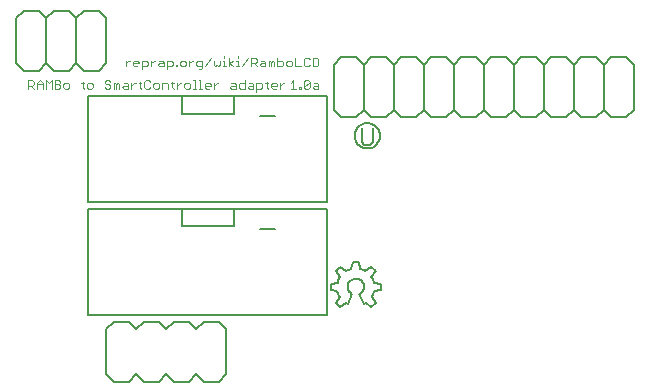
<source format=gto>
G75*
G70*
%OFA0B0*%
%FSLAX24Y24*%
%IPPOS*%
%LPD*%
%AMOC8*
5,1,8,0,0,1.08239X$1,22.5*
%
%ADD10C,0.0030*%
%ADD11C,0.0050*%
%ADD12C,0.0060*%
%ADD13C,0.0080*%
D10*
X000905Y010155D02*
X000905Y010445D01*
X001050Y010445D01*
X001098Y010397D01*
X001098Y010300D01*
X001050Y010252D01*
X000905Y010252D01*
X001002Y010252D02*
X001098Y010155D01*
X001200Y010155D02*
X001200Y010348D01*
X001296Y010445D01*
X001393Y010348D01*
X001393Y010155D01*
X001494Y010155D02*
X001494Y010445D01*
X001591Y010348D01*
X001688Y010445D01*
X001688Y010155D01*
X001789Y010155D02*
X001934Y010155D01*
X001982Y010203D01*
X001982Y010252D01*
X001934Y010300D01*
X001789Y010300D01*
X001789Y010155D02*
X001789Y010445D01*
X001934Y010445D01*
X001982Y010397D01*
X001982Y010348D01*
X001934Y010300D01*
X002084Y010300D02*
X002084Y010203D01*
X002132Y010155D01*
X002229Y010155D01*
X002277Y010203D01*
X002277Y010300D01*
X002229Y010348D01*
X002132Y010348D01*
X002084Y010300D01*
X002673Y010348D02*
X002770Y010348D01*
X002721Y010397D02*
X002721Y010203D01*
X002770Y010155D01*
X002869Y010203D02*
X002918Y010155D01*
X003014Y010155D01*
X003063Y010203D01*
X003063Y010300D01*
X003014Y010348D01*
X002918Y010348D01*
X002869Y010300D01*
X002869Y010203D01*
X003459Y010203D02*
X003507Y010155D01*
X003604Y010155D01*
X003652Y010203D01*
X003652Y010252D01*
X003604Y010300D01*
X003507Y010300D01*
X003459Y010348D01*
X003459Y010397D01*
X003507Y010445D01*
X003604Y010445D01*
X003652Y010397D01*
X003753Y010348D02*
X003802Y010348D01*
X003850Y010300D01*
X003898Y010348D01*
X003947Y010300D01*
X003947Y010155D01*
X003850Y010155D02*
X003850Y010300D01*
X003753Y010348D02*
X003753Y010155D01*
X004048Y010203D02*
X004096Y010252D01*
X004241Y010252D01*
X004241Y010300D02*
X004241Y010155D01*
X004096Y010155D01*
X004048Y010203D01*
X004096Y010348D02*
X004193Y010348D01*
X004241Y010300D01*
X004343Y010252D02*
X004439Y010348D01*
X004488Y010348D01*
X004588Y010348D02*
X004685Y010348D01*
X004637Y010397D02*
X004637Y010203D01*
X004685Y010155D01*
X004785Y010203D02*
X004833Y010155D01*
X004930Y010155D01*
X004978Y010203D01*
X005079Y010203D02*
X005128Y010155D01*
X005224Y010155D01*
X005273Y010203D01*
X005273Y010300D01*
X005224Y010348D01*
X005128Y010348D01*
X005079Y010300D01*
X005079Y010203D01*
X004978Y010397D02*
X004930Y010445D01*
X004833Y010445D01*
X004785Y010397D01*
X004785Y010203D01*
X004343Y010155D02*
X004343Y010348D01*
X004695Y010808D02*
X004695Y011098D01*
X004840Y011098D01*
X004889Y011050D01*
X004889Y010953D01*
X004840Y010905D01*
X004695Y010905D01*
X004594Y011002D02*
X004401Y011002D01*
X004401Y011050D02*
X004449Y011098D01*
X004546Y011098D01*
X004594Y011050D01*
X004594Y011002D01*
X004546Y010905D02*
X004449Y010905D01*
X004401Y010953D01*
X004401Y011050D01*
X004300Y011098D02*
X004252Y011098D01*
X004155Y011002D01*
X004155Y011098D02*
X004155Y010905D01*
X004990Y010905D02*
X004990Y011098D01*
X004990Y011002D02*
X005087Y011098D01*
X005135Y011098D01*
X005284Y011098D02*
X005381Y011098D01*
X005429Y011050D01*
X005429Y010905D01*
X005284Y010905D01*
X005235Y010953D01*
X005284Y011002D01*
X005429Y011002D01*
X005530Y011098D02*
X005675Y011098D01*
X005724Y011050D01*
X005724Y010953D01*
X005675Y010905D01*
X005530Y010905D01*
X005530Y010808D02*
X005530Y011098D01*
X005825Y010953D02*
X005825Y010905D01*
X005873Y010905D01*
X005873Y010953D01*
X005825Y010953D01*
X005972Y010953D02*
X006020Y010905D01*
X006117Y010905D01*
X006166Y010953D01*
X006166Y011050D01*
X006117Y011098D01*
X006020Y011098D01*
X005972Y011050D01*
X005972Y010953D01*
X006267Y010905D02*
X006267Y011098D01*
X006267Y011002D02*
X006363Y011098D01*
X006412Y011098D01*
X006512Y011050D02*
X006512Y010953D01*
X006561Y010905D01*
X006706Y010905D01*
X006706Y010857D02*
X006706Y011098D01*
X006561Y011098D01*
X006512Y011050D01*
X006706Y010857D02*
X006657Y010808D01*
X006609Y010808D01*
X006807Y010905D02*
X007000Y011195D01*
X007102Y011098D02*
X007102Y010953D01*
X007150Y010905D01*
X007198Y010953D01*
X007247Y010905D01*
X007295Y010953D01*
X007295Y011098D01*
X007396Y011098D02*
X007445Y011098D01*
X007445Y010905D01*
X007493Y010905D02*
X007396Y010905D01*
X007593Y010905D02*
X007593Y011195D01*
X007445Y011195D02*
X007445Y011244D01*
X007593Y011002D02*
X007738Y011098D01*
X007838Y011098D02*
X007887Y011098D01*
X007887Y010905D01*
X007935Y010905D02*
X007838Y010905D01*
X007738Y010905D02*
X007593Y011002D01*
X007887Y011195D02*
X007887Y011244D01*
X008228Y011195D02*
X008035Y010905D01*
X008329Y010905D02*
X008329Y011195D01*
X008474Y011195D01*
X008523Y011147D01*
X008523Y011050D01*
X008474Y011002D01*
X008329Y011002D01*
X008426Y011002D02*
X008523Y010905D01*
X008624Y010953D02*
X008672Y011002D01*
X008817Y011002D01*
X008817Y011050D02*
X008817Y010905D01*
X008672Y010905D01*
X008624Y010953D01*
X008672Y011098D02*
X008769Y011098D01*
X008817Y011050D01*
X008919Y011098D02*
X008919Y010905D01*
X009015Y010905D02*
X009015Y011050D01*
X009064Y011098D01*
X009112Y011050D01*
X009112Y010905D01*
X009213Y010905D02*
X009358Y010905D01*
X009407Y010953D01*
X009407Y011050D01*
X009358Y011098D01*
X009213Y011098D01*
X009213Y011195D02*
X009213Y010905D01*
X009015Y011050D02*
X008967Y011098D01*
X008919Y011098D01*
X009508Y011050D02*
X009508Y010953D01*
X009556Y010905D01*
X009653Y010905D01*
X009701Y010953D01*
X009701Y011050D01*
X009653Y011098D01*
X009556Y011098D01*
X009508Y011050D01*
X009802Y010905D02*
X009996Y010905D01*
X010097Y010953D02*
X010146Y010905D01*
X010242Y010905D01*
X010291Y010953D01*
X010392Y010905D02*
X010537Y010905D01*
X010585Y010953D01*
X010585Y011147D01*
X010537Y011195D01*
X010392Y011195D01*
X010392Y010905D01*
X010291Y011147D02*
X010242Y011195D01*
X010146Y011195D01*
X010097Y011147D01*
X010097Y010953D01*
X009802Y010905D02*
X009802Y011195D01*
X009752Y010445D02*
X009752Y010155D01*
X009848Y010155D02*
X009655Y010155D01*
X009399Y010348D02*
X009303Y010252D01*
X009303Y010348D02*
X009303Y010155D01*
X009201Y010252D02*
X009008Y010252D01*
X009008Y010300D02*
X009008Y010203D01*
X009056Y010155D01*
X009153Y010155D01*
X009201Y010252D02*
X009201Y010300D01*
X009153Y010348D01*
X009056Y010348D01*
X009008Y010300D01*
X008908Y010348D02*
X008811Y010348D01*
X008860Y010397D02*
X008860Y010203D01*
X008908Y010155D01*
X008710Y010203D02*
X008662Y010155D01*
X008517Y010155D01*
X008517Y010058D02*
X008517Y010348D01*
X008662Y010348D01*
X008710Y010300D01*
X008710Y010203D01*
X008416Y010155D02*
X008271Y010155D01*
X008222Y010203D01*
X008271Y010252D01*
X008416Y010252D01*
X008416Y010300D02*
X008367Y010348D01*
X008271Y010348D01*
X008121Y010348D02*
X007976Y010348D01*
X007928Y010300D01*
X007928Y010203D01*
X007976Y010155D01*
X008121Y010155D01*
X008121Y010445D01*
X007826Y010300D02*
X007826Y010155D01*
X007681Y010155D01*
X007633Y010203D01*
X007681Y010252D01*
X007826Y010252D01*
X007826Y010300D02*
X007778Y010348D01*
X007681Y010348D01*
X007238Y010348D02*
X007189Y010348D01*
X007093Y010252D01*
X007093Y010348D02*
X007093Y010155D01*
X006992Y010252D02*
X006798Y010252D01*
X006798Y010300D02*
X006798Y010203D01*
X006846Y010155D01*
X006943Y010155D01*
X006992Y010252D02*
X006992Y010300D01*
X006943Y010348D01*
X006846Y010348D01*
X006798Y010300D01*
X006650Y010445D02*
X006650Y010155D01*
X006602Y010155D02*
X006698Y010155D01*
X006502Y010155D02*
X006405Y010155D01*
X006454Y010155D02*
X006454Y010445D01*
X006405Y010445D01*
X006304Y010300D02*
X006256Y010348D01*
X006159Y010348D01*
X006111Y010300D01*
X006111Y010203D01*
X006159Y010155D01*
X006256Y010155D01*
X006304Y010203D01*
X006304Y010300D01*
X006602Y010445D02*
X006650Y010445D01*
X006010Y010348D02*
X005962Y010348D01*
X005865Y010252D01*
X005865Y010348D02*
X005865Y010155D01*
X005765Y010155D02*
X005717Y010203D01*
X005717Y010397D01*
X005669Y010348D02*
X005765Y010348D01*
X005567Y010300D02*
X005567Y010155D01*
X005374Y010155D02*
X005374Y010348D01*
X005519Y010348D01*
X005567Y010300D01*
X008416Y010300D02*
X008416Y010155D01*
X009399Y010348D02*
X009448Y010348D01*
X009655Y010348D02*
X009752Y010445D01*
X010097Y010397D02*
X010145Y010445D01*
X010242Y010445D01*
X010290Y010397D01*
X010097Y010203D01*
X010145Y010155D01*
X010242Y010155D01*
X010290Y010203D01*
X010290Y010397D01*
X010440Y010348D02*
X010537Y010348D01*
X010585Y010300D01*
X010585Y010155D01*
X010440Y010155D01*
X010392Y010203D01*
X010440Y010252D01*
X010585Y010252D01*
X010097Y010203D02*
X010097Y010397D01*
X009998Y010203D02*
X009998Y010155D01*
X009950Y010155D01*
X009950Y010203D01*
X009998Y010203D01*
X001393Y010300D02*
X001200Y010300D01*
D11*
X012025Y008836D02*
X012025Y008377D01*
X012117Y008285D01*
X012300Y008285D01*
X012392Y008377D01*
X012392Y008836D01*
X011791Y008589D02*
X011793Y008630D01*
X011799Y008670D01*
X011809Y008709D01*
X011822Y008747D01*
X011839Y008784D01*
X011860Y008819D01*
X011884Y008852D01*
X011910Y008882D01*
X011940Y008910D01*
X011972Y008935D01*
X012007Y008956D01*
X012043Y008974D01*
X012081Y008988D01*
X012120Y008999D01*
X012160Y009006D01*
X012201Y009009D01*
X012241Y009008D01*
X012282Y009003D01*
X012321Y008994D01*
X012360Y008982D01*
X012397Y008965D01*
X012433Y008946D01*
X012466Y008923D01*
X012497Y008897D01*
X012525Y008868D01*
X012551Y008836D01*
X012573Y008802D01*
X012592Y008766D01*
X012607Y008728D01*
X012619Y008690D01*
X012627Y008650D01*
X012631Y008609D01*
X012631Y008569D01*
X012627Y008528D01*
X012619Y008488D01*
X012607Y008450D01*
X012592Y008412D01*
X012573Y008376D01*
X012551Y008342D01*
X012525Y008310D01*
X012497Y008281D01*
X012466Y008255D01*
X012433Y008232D01*
X012397Y008213D01*
X012360Y008196D01*
X012321Y008184D01*
X012282Y008175D01*
X012241Y008170D01*
X012201Y008169D01*
X012160Y008172D01*
X012120Y008179D01*
X012081Y008190D01*
X012043Y008204D01*
X012007Y008222D01*
X011972Y008243D01*
X011940Y008268D01*
X011910Y008296D01*
X011884Y008326D01*
X011860Y008359D01*
X011839Y008394D01*
X011822Y008431D01*
X011809Y008469D01*
X011799Y008508D01*
X011793Y008548D01*
X011791Y008589D01*
D12*
X003515Y002140D02*
X003515Y000640D01*
X003765Y000390D01*
X004265Y000390D01*
X004515Y000640D01*
X004765Y000390D01*
X005265Y000390D01*
X005515Y000640D01*
X005765Y000390D01*
X006265Y000390D01*
X006515Y000640D01*
X006765Y000390D01*
X007265Y000390D01*
X007515Y000640D01*
X007515Y002140D01*
X007265Y002390D01*
X006765Y002390D01*
X006515Y002140D01*
X006265Y002390D01*
X005765Y002390D01*
X005515Y002140D01*
X005265Y002390D01*
X004765Y002390D01*
X004515Y002140D01*
X004265Y002390D01*
X003765Y002390D01*
X003515Y002140D01*
X011097Y009462D02*
X011347Y009212D01*
X011847Y009212D01*
X012097Y009462D01*
X012097Y010962D01*
X012347Y011212D01*
X012847Y011212D01*
X013097Y010962D01*
X013097Y009462D01*
X013347Y009212D01*
X013847Y009212D01*
X014097Y009462D01*
X014097Y010962D01*
X014347Y011212D01*
X014847Y011212D01*
X015097Y010962D01*
X015097Y009462D01*
X015347Y009212D01*
X015847Y009212D01*
X016097Y009462D01*
X016097Y010962D01*
X016347Y011212D01*
X016847Y011212D01*
X017097Y010962D01*
X017097Y009462D01*
X017347Y009212D01*
X017847Y009212D01*
X018097Y009462D01*
X018097Y010962D01*
X018347Y011212D01*
X018847Y011212D01*
X019097Y010962D01*
X019097Y009462D01*
X018847Y009212D01*
X018347Y009212D01*
X018097Y009462D01*
X019097Y009462D02*
X019347Y009212D01*
X019847Y009212D01*
X020097Y009462D01*
X020347Y009212D01*
X020847Y009212D01*
X021097Y009462D01*
X021097Y010962D01*
X020847Y011212D01*
X020347Y011212D01*
X020097Y010962D01*
X020097Y009462D01*
X020097Y010962D02*
X019847Y011212D01*
X019347Y011212D01*
X019097Y010962D01*
X018097Y010962D02*
X017847Y011212D01*
X017347Y011212D01*
X017097Y010962D01*
X016097Y010962D02*
X015847Y011212D01*
X015347Y011212D01*
X015097Y010962D01*
X014097Y010962D02*
X013847Y011212D01*
X013347Y011212D01*
X013097Y010962D01*
X012097Y010962D02*
X011847Y011212D01*
X011347Y011212D01*
X011097Y010962D01*
X011097Y009462D01*
X012097Y009462D02*
X012347Y009212D01*
X012847Y009212D01*
X013097Y009462D01*
X014097Y009462D02*
X014347Y009212D01*
X014847Y009212D01*
X015097Y009462D01*
X016097Y009462D02*
X016347Y009212D01*
X016847Y009212D01*
X017097Y009462D01*
X003515Y011015D02*
X003515Y012515D01*
X003265Y012765D01*
X002765Y012765D01*
X002515Y012515D01*
X002515Y011015D01*
X002765Y010765D01*
X003265Y010765D01*
X003515Y011015D01*
X002515Y011015D02*
X002265Y010765D01*
X001765Y010765D01*
X001515Y011015D01*
X001515Y012515D01*
X001765Y012765D01*
X002265Y012765D01*
X002515Y012515D01*
X001515Y012515D02*
X001265Y012765D01*
X000765Y012765D01*
X000515Y012515D01*
X000515Y011015D01*
X000765Y010765D01*
X001265Y010765D01*
X001515Y011015D01*
D13*
X002914Y009912D02*
X002914Y006368D01*
X010866Y006368D01*
X010866Y006408D02*
X010866Y009912D01*
X007756Y009912D01*
X007756Y009321D01*
X006024Y009321D01*
X006024Y009912D01*
X007756Y009912D01*
X008640Y009233D02*
X009140Y009233D01*
X006024Y009912D02*
X002914Y009912D01*
X002914Y006162D02*
X002914Y002618D01*
X010866Y002618D01*
X010866Y002658D02*
X010866Y006162D01*
X007756Y006162D01*
X007756Y005571D01*
X006024Y005571D01*
X006024Y006162D01*
X007756Y006162D01*
X008640Y005483D02*
X009140Y005483D01*
X011170Y004070D02*
X011310Y004210D01*
X011500Y004080D01*
X011680Y004150D02*
X011730Y004390D01*
X011920Y004390D01*
X011970Y004150D01*
X012150Y004080D02*
X012350Y004210D01*
X012490Y004070D01*
X012350Y003880D01*
X012440Y003690D02*
X012660Y003650D01*
X012660Y003450D01*
X012440Y003410D01*
X012360Y003210D02*
X012490Y003030D01*
X012350Y002890D01*
X012170Y003010D01*
X012090Y002970D01*
X011950Y003310D01*
X011710Y003310D02*
X011560Y002970D01*
X011490Y003010D01*
X011310Y002890D01*
X011170Y003030D01*
X011290Y003210D01*
X011210Y003410D02*
X010990Y003450D01*
X010990Y003650D01*
X011220Y003690D01*
X011300Y003880D02*
X011170Y004070D01*
X011212Y003394D02*
X011227Y003347D01*
X011245Y003301D01*
X011267Y003257D01*
X011292Y003215D01*
X011502Y004076D02*
X011544Y004099D01*
X011587Y004118D01*
X011632Y004135D01*
X011678Y004147D01*
X011710Y003310D02*
X011682Y003326D01*
X011655Y003345D01*
X011632Y003367D01*
X011611Y003392D01*
X011593Y003420D01*
X011578Y003449D01*
X011568Y003480D01*
X011560Y003511D01*
X011557Y003544D01*
X011558Y003576D01*
X011562Y003609D01*
X011571Y003640D01*
X011583Y003670D01*
X011598Y003699D01*
X011617Y003726D01*
X011639Y003750D01*
X011663Y003771D01*
X011690Y003790D01*
X011719Y003805D01*
X011750Y003816D01*
X011781Y003824D01*
X011814Y003828D01*
X011846Y003828D01*
X011879Y003824D01*
X011910Y003816D01*
X011941Y003805D01*
X011970Y003790D01*
X011997Y003771D01*
X012021Y003750D01*
X012043Y003726D01*
X012062Y003699D01*
X012077Y003670D01*
X012089Y003640D01*
X012098Y003609D01*
X012102Y003576D01*
X012103Y003544D01*
X012100Y003511D01*
X012092Y003480D01*
X012082Y003449D01*
X012067Y003420D01*
X012049Y003392D01*
X012028Y003367D01*
X012005Y003345D01*
X011978Y003326D01*
X011950Y003310D01*
X012442Y003690D02*
X012430Y003730D01*
X012415Y003769D01*
X012397Y003807D01*
X012377Y003843D01*
X012355Y003878D01*
X012149Y004080D02*
X012106Y004103D01*
X012062Y004123D01*
X012016Y004139D01*
X011970Y004151D01*
X012439Y003411D02*
X012429Y003369D01*
X012416Y003328D01*
X012400Y003288D01*
X012381Y003249D01*
X012359Y003212D01*
X011218Y003692D02*
X011229Y003732D01*
X011243Y003771D01*
X011259Y003808D01*
X011278Y003845D01*
X011299Y003880D01*
X006024Y006162D02*
X002914Y006162D01*
M02*

</source>
